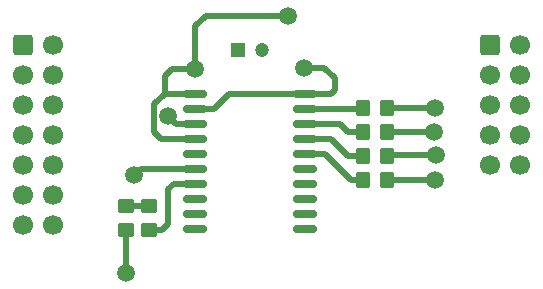
<source format=gbr>
G04 #@! TF.GenerationSoftware,KiCad,Pcbnew,6.0.6-2.fc36*
G04 #@! TF.CreationDate,2022-07-19T13:12:57+02:00*
G04 #@! TF.ProjectId,touch-testcontroller-testboard,746f7563-682d-4746-9573-74636f6e7472,rev?*
G04 #@! TF.SameCoordinates,Original*
G04 #@! TF.FileFunction,Copper,L1,Top*
G04 #@! TF.FilePolarity,Positive*
%FSLAX46Y46*%
G04 Gerber Fmt 4.6, Leading zero omitted, Abs format (unit mm)*
G04 Created by KiCad (PCBNEW 6.0.6-2.fc36) date 2022-07-19 13:12:57*
%MOMM*%
%LPD*%
G01*
G04 APERTURE LIST*
G04 Aperture macros list*
%AMRoundRect*
0 Rectangle with rounded corners*
0 $1 Rounding radius*
0 $2 $3 $4 $5 $6 $7 $8 $9 X,Y pos of 4 corners*
0 Add a 4 corners polygon primitive as box body*
4,1,4,$2,$3,$4,$5,$6,$7,$8,$9,$2,$3,0*
0 Add four circle primitives for the rounded corners*
1,1,$1+$1,$2,$3*
1,1,$1+$1,$4,$5*
1,1,$1+$1,$6,$7*
1,1,$1+$1,$8,$9*
0 Add four rect primitives between the rounded corners*
20,1,$1+$1,$2,$3,$4,$5,0*
20,1,$1+$1,$4,$5,$6,$7,0*
20,1,$1+$1,$6,$7,$8,$9,0*
20,1,$1+$1,$8,$9,$2,$3,0*%
G04 Aperture macros list end*
G04 #@! TA.AperFunction,SMDPad,CuDef*
%ADD10RoundRect,0.150000X0.875000X0.150000X-0.875000X0.150000X-0.875000X-0.150000X0.875000X-0.150000X0*%
G04 #@! TD*
G04 #@! TA.AperFunction,SMDPad,CuDef*
%ADD11RoundRect,0.250000X0.350000X0.450000X-0.350000X0.450000X-0.350000X-0.450000X0.350000X-0.450000X0*%
G04 #@! TD*
G04 #@! TA.AperFunction,SMDPad,CuDef*
%ADD12RoundRect,0.250000X-0.450000X0.350000X-0.450000X-0.350000X0.450000X-0.350000X0.450000X0.350000X0*%
G04 #@! TD*
G04 #@! TA.AperFunction,SMDPad,CuDef*
%ADD13RoundRect,0.250000X0.450000X-0.350000X0.450000X0.350000X-0.450000X0.350000X-0.450000X-0.350000X0*%
G04 #@! TD*
G04 #@! TA.AperFunction,ComponentPad*
%ADD14RoundRect,0.250000X-0.600000X-0.600000X0.600000X-0.600000X0.600000X0.600000X-0.600000X0.600000X0*%
G04 #@! TD*
G04 #@! TA.AperFunction,ComponentPad*
%ADD15C,1.700000*%
G04 #@! TD*
G04 #@! TA.AperFunction,ComponentPad*
%ADD16R,1.200000X1.200000*%
G04 #@! TD*
G04 #@! TA.AperFunction,ComponentPad*
%ADD17C,1.200000*%
G04 #@! TD*
G04 #@! TA.AperFunction,ViaPad*
%ADD18C,1.500000*%
G04 #@! TD*
G04 #@! TA.AperFunction,Conductor*
%ADD19C,0.500000*%
G04 #@! TD*
%ADD20C,0.350000*%
G04 APERTURE END LIST*
D10*
G04 #@! TO.P,U1,1,KEY8/GPO6*
G04 #@! TO.N,unconnected-(U1-Pad1)*
X84550000Y-79515000D03*
G04 #@! TO.P,U1,2,KEY7/GPO5*
G04 #@! TO.N,unconnected-(U1-Pad2)*
X84550000Y-78245000D03*
G04 #@! TO.P,U1,3,KEY6/GPO4*
G04 #@! TO.N,unconnected-(U1-Pad3)*
X84550000Y-76975000D03*
G04 #@! TO.P,U1,4,KEY5/GPO3*
G04 #@! TO.N,unconnected-(U1-Pad4)*
X84550000Y-75705000D03*
G04 #@! TO.P,U1,5,KEY4/GPO2*
G04 #@! TO.N,unconnected-(U1-Pad5)*
X84550000Y-74435000D03*
G04 #@! TO.P,U1,6,KEY3/GPO1*
G04 #@! TO.N,/TOUCH-KEY-4-BT*
X84550000Y-73165000D03*
G04 #@! TO.P,U1,7,KEY2/GPO0*
G04 #@! TO.N,/TOUCH-KEY2-ANALOG-INT*
X84550000Y-71895000D03*
G04 #@! TO.P,U1,8,KEY1*
G04 #@! TO.N,/TOUCH-KEY-1-ANALOG-EXT*
X84550000Y-70625000D03*
G04 #@! TO.P,U1,9,KEY0*
G04 #@! TO.N,/TOUCH-KEY-0-POWER*
X84550000Y-69355000D03*
G04 #@! TO.P,U1,10,VSS*
G04 #@! TO.N,GNDD*
X84550000Y-68085000D03*
G04 #@! TO.P,U1,11,VDD*
G04 #@! TO.N,+3V3*
X75250000Y-68085000D03*
G04 #@! TO.P,U1,12,MODE*
G04 #@! TO.N,GNDD*
X75250000Y-69355000D03*
G04 #@! TO.P,U1,13,SDA*
G04 #@! TO.N,SDA*
X75250000Y-70625000D03*
G04 #@! TO.P,U1,14,~{RESET}*
G04 #@! TO.N,+3V3*
X75250000Y-71895000D03*
G04 #@! TO.P,U1,15,N/C*
G04 #@! TO.N,unconnected-(U1-Pad15)*
X75250000Y-73165000D03*
G04 #@! TO.P,U1,16,SCL*
G04 #@! TO.N,SCL*
X75250000Y-74435000D03*
G04 #@! TO.P,U1,17,~{CHANGE}*
G04 #@! TO.N,~{TOUCH-INT}*
X75250000Y-75705000D03*
G04 #@! TO.P,U1,18,KEY11/GPO9*
G04 #@! TO.N,unconnected-(U1-Pad18)*
X75250000Y-76975000D03*
G04 #@! TO.P,U1,19,KEY10/GPO8*
G04 #@! TO.N,unconnected-(U1-Pad19)*
X75250000Y-78245000D03*
G04 #@! TO.P,U1,20,KEY9/GPO7*
G04 #@! TO.N,unconnected-(U1-Pad20)*
X75250000Y-79515000D03*
G04 #@! TD*
D11*
G04 #@! TO.P,R6,1*
G04 #@! TO.N,TOUCH-KEY-BT*
X91510000Y-75380000D03*
G04 #@! TO.P,R6,2*
G04 #@! TO.N,/TOUCH-KEY-4-BT*
X89510000Y-75380000D03*
G04 #@! TD*
G04 #@! TO.P,R5,1*
G04 #@! TO.N,TOUCH-KEY-ANALOG-INT*
X91510000Y-73350000D03*
G04 #@! TO.P,R5,2*
G04 #@! TO.N,/TOUCH-KEY2-ANALOG-INT*
X89510000Y-73350000D03*
G04 #@! TD*
G04 #@! TO.P,R4,2*
G04 #@! TO.N,/TOUCH-KEY-1-ANALOG-EXT*
X89500000Y-71350000D03*
G04 #@! TO.P,R4,1*
G04 #@! TO.N,TOUCH-KEY-ANALOG-EXT*
X91500000Y-71350000D03*
G04 #@! TD*
G04 #@! TO.P,R3,1*
G04 #@! TO.N,TOUCH-KEY-POWER*
X91500000Y-69350000D03*
G04 #@! TO.P,R3,2*
G04 #@! TO.N,/TOUCH-KEY-0-POWER*
X89500000Y-69350000D03*
G04 #@! TD*
D12*
G04 #@! TO.P,R2,1*
G04 #@! TO.N,/~{TOUCH-INT}-PULL-UP*
X71400000Y-77600000D03*
G04 #@! TO.P,R2,2*
G04 #@! TO.N,~{TOUCH-INT}*
X71400000Y-79600000D03*
G04 #@! TD*
D13*
G04 #@! TO.P,R1,1*
G04 #@! TO.N,+3V3*
X69450000Y-79600000D03*
G04 #@! TO.P,R1,2*
G04 #@! TO.N,/~{TOUCH-INT}-PULL-UP*
X69450000Y-77600000D03*
G04 #@! TD*
D14*
G04 #@! TO.P,J2,1,Pin_1*
G04 #@! TO.N,LED-BT*
X100247500Y-64000000D03*
D15*
G04 #@! TO.P,J2,2,Pin_2*
G04 #@! TO.N,TOUCH-KEY-POWER*
X102787500Y-64000000D03*
G04 #@! TO.P,J2,3,Pin_3*
G04 #@! TO.N,LED-ANALOG-EXT*
X100247500Y-66540000D03*
G04 #@! TO.P,J2,4,Pin_4*
G04 #@! TO.N,TOUCH-KEY-ANALOG-EXT*
X102787500Y-66540000D03*
G04 #@! TO.P,J2,5,Pin_5*
G04 #@! TO.N,LED-ANALOG-INT*
X100247500Y-69080000D03*
G04 #@! TO.P,J2,6,Pin_6*
G04 #@! TO.N,TOUCH-KEY-ANALOG-INT*
X102787500Y-69080000D03*
G04 #@! TO.P,J2,7,Pin_7*
G04 #@! TO.N,unconnected-(J2-Pad7)*
X100247500Y-71620000D03*
G04 #@! TO.P,J2,8,Pin_8*
G04 #@! TO.N,TOUCH-KEY-BT*
X102787500Y-71620000D03*
G04 #@! TO.P,J2,9,Pin_9*
G04 #@! TO.N,+3V3*
X100247500Y-74160000D03*
G04 #@! TO.P,J2,10,Pin_10*
G04 #@! TO.N,GNDD*
X102787500Y-74160000D03*
G04 #@! TD*
D14*
G04 #@! TO.P,J1,1,Pin_1*
G04 #@! TO.N,+5V*
X60700000Y-64000000D03*
D15*
G04 #@! TO.P,J1,2,Pin_2*
G04 #@! TO.N,GNDD*
X63240000Y-64000000D03*
G04 #@! TO.P,J1,3,Pin_3*
G04 #@! TO.N,unconnected-(J1-Pad3)*
X60700000Y-66540000D03*
G04 #@! TO.P,J1,4,Pin_4*
G04 #@! TO.N,unconnected-(J1-Pad4)*
X63240000Y-66540000D03*
G04 #@! TO.P,J1,5,Pin_5*
G04 #@! TO.N,unconnected-(J1-Pad5)*
X60700000Y-69080000D03*
G04 #@! TO.P,J1,6,Pin_6*
G04 #@! TO.N,unconnected-(J1-Pad6)*
X63240000Y-69080000D03*
G04 #@! TO.P,J1,7,Pin_7*
G04 #@! TO.N,unconnected-(J1-Pad7)*
X60700000Y-71620000D03*
G04 #@! TO.P,J1,8,Pin_8*
G04 #@! TO.N,unconnected-(J1-Pad8)*
X63240000Y-71620000D03*
G04 #@! TO.P,J1,9,Pin_9*
G04 #@! TO.N,unconnected-(J1-Pad9)*
X60700000Y-74160000D03*
G04 #@! TO.P,J1,10,Pin_10*
G04 #@! TO.N,SDA*
X63240000Y-74160000D03*
G04 #@! TO.P,J1,11,Pin_11*
G04 #@! TO.N,unconnected-(J1-Pad11)*
X60700000Y-76700000D03*
G04 #@! TO.P,J1,12,Pin_12*
G04 #@! TO.N,SCL*
X63240000Y-76700000D03*
G04 #@! TO.P,J1,13,Pin_13*
G04 #@! TO.N,+3V3*
X60700000Y-79240000D03*
G04 #@! TO.P,J1,14,Pin_14*
G04 #@! TO.N,GNDD*
X63240000Y-79240000D03*
G04 #@! TD*
D16*
G04 #@! TO.P,C1,1*
G04 #@! TO.N,+3V3*
X78927401Y-64400000D03*
D17*
G04 #@! TO.P,C1,2*
G04 #@! TO.N,GNDD*
X80927401Y-64400000D03*
G04 #@! TD*
D18*
G04 #@! TO.N,TOUCH-KEY-BT*
X95600000Y-75400000D03*
G04 #@! TO.N,TOUCH-KEY-ANALOG-INT*
X95700000Y-73300000D03*
G04 #@! TO.N,TOUCH-KEY-ANALOG-EXT*
X95500000Y-71300000D03*
G04 #@! TO.N,TOUCH-KEY-POWER*
X95600000Y-69300000D03*
G04 #@! TO.N,+3V3*
X83100000Y-61500000D03*
G04 #@! TO.N,SDA*
X72999500Y-70000000D03*
G04 #@! TO.N,SCL*
X70100000Y-75000000D03*
G04 #@! TO.N,+3V3*
X69400000Y-83300000D03*
G04 #@! TO.N,GNDD*
X84500000Y-65900000D03*
G04 #@! TO.N,+3V3*
X75300000Y-66000000D03*
G04 #@! TD*
D19*
G04 #@! TO.N,/TOUCH-KEY-4-BT*
X84550000Y-73165000D02*
X86265000Y-73165000D01*
X86265000Y-73165000D02*
X88480000Y-75380000D01*
X88480000Y-75380000D02*
X89510000Y-75380000D01*
G04 #@! TO.N,/TOUCH-KEY2-ANALOG-INT*
X84550000Y-71895000D02*
X86795000Y-71895000D01*
X86795000Y-71895000D02*
X88250000Y-73350000D01*
X88250000Y-73350000D02*
X89510000Y-73350000D01*
G04 #@! TO.N,/TOUCH-KEY-1-ANALOG-EXT*
X84550000Y-70625000D02*
X87525000Y-70625000D01*
X87525000Y-70625000D02*
X88250000Y-71350000D01*
X88250000Y-71350000D02*
X89500000Y-71350000D01*
G04 #@! TO.N,/TOUCH-KEY-0-POWER*
X84550000Y-69355000D02*
X89495000Y-69355000D01*
X89495000Y-69355000D02*
X89500000Y-69350000D01*
G04 #@! TO.N,TOUCH-KEY-BT*
X95600000Y-75400000D02*
X91530000Y-75400000D01*
X91530000Y-75400000D02*
X91510000Y-75380000D01*
G04 #@! TO.N,TOUCH-KEY-ANALOG-INT*
X95700000Y-73300000D02*
X91560000Y-73300000D01*
X91560000Y-73300000D02*
X91510000Y-73350000D01*
G04 #@! TO.N,TOUCH-KEY-ANALOG-EXT*
X91500000Y-71350000D02*
X95450000Y-71350000D01*
X95450000Y-71350000D02*
X95500000Y-71300000D01*
G04 #@! TO.N,TOUCH-KEY-POWER*
X91500000Y-69350000D02*
X95550000Y-69350000D01*
X95550000Y-69350000D02*
X95600000Y-69300000D01*
G04 #@! TO.N,+3V3*
X75300000Y-66000000D02*
X75300000Y-62400000D01*
X75300000Y-62400000D02*
X76200000Y-61500000D01*
X76200000Y-61500000D02*
X83100000Y-61500000D01*
G04 #@! TO.N,SDA*
X73624500Y-70625000D02*
X72999500Y-70000000D01*
X75250000Y-70625000D02*
X73624500Y-70625000D01*
G04 #@! TO.N,+3V3*
X72700000Y-68100000D02*
X71800000Y-69000000D01*
X71800000Y-69000000D02*
X71800000Y-71300000D01*
X71800000Y-71300000D02*
X72395000Y-71895000D01*
X72395000Y-71895000D02*
X75250000Y-71895000D01*
G04 #@! TO.N,SCL*
X70665000Y-74435000D02*
X70100000Y-75000000D01*
X75250000Y-74435000D02*
X70665000Y-74435000D01*
G04 #@! TO.N,~{TOUCH-INT}*
X75250000Y-75705000D02*
X73495000Y-75705000D01*
X73495000Y-75705000D02*
X73000000Y-76200000D01*
X73000000Y-76200000D02*
X73000000Y-79100000D01*
X72500000Y-79600000D02*
X73000000Y-79100000D01*
X71400000Y-79600000D02*
X72500000Y-79600000D01*
G04 #@! TO.N,/~{TOUCH-INT}-PULL-UP*
X69450000Y-77600000D02*
X71400000Y-77600000D01*
G04 #@! TO.N,+3V3*
X69450000Y-79600000D02*
X69450000Y-83250000D01*
X69450000Y-83250000D02*
X69400000Y-83300000D01*
G04 #@! TO.N,GNDD*
X75250000Y-69355000D02*
X76845000Y-69355000D01*
X76845000Y-69355000D02*
X78115000Y-68085000D01*
X78115000Y-68085000D02*
X84550000Y-68085000D01*
X87100000Y-66800000D02*
X87100000Y-67800000D01*
X87100000Y-67800000D02*
X86815000Y-68085000D01*
X84500000Y-65900000D02*
X86200000Y-65900000D01*
X86200000Y-65900000D02*
X87100000Y-66800000D01*
X86815000Y-68085000D02*
X84550000Y-68085000D01*
G04 #@! TO.N,+3V3*
X72700000Y-66600000D02*
X72700000Y-68100000D01*
X75250000Y-68085000D02*
X72715000Y-68085000D01*
X72715000Y-68085000D02*
X72700000Y-68100000D01*
X75300000Y-66000000D02*
X73300000Y-66000000D01*
X73300000Y-66000000D02*
X72700000Y-66600000D01*
G04 #@! TD*
D20*
X95600000Y-75400000D03*
X95700000Y-73300000D03*
X95500000Y-71300000D03*
X95600000Y-69300000D03*
X83100000Y-61500000D03*
X72999500Y-70000000D03*
X70100000Y-75000000D03*
X69400000Y-83300000D03*
X84500000Y-65900000D03*
X75300000Y-66000000D03*
X100247500Y-64000000D03*
X102787500Y-64000000D03*
X100247500Y-66540000D03*
X102787500Y-66540000D03*
X100247500Y-69080000D03*
X102787500Y-69080000D03*
X100247500Y-71620000D03*
X102787500Y-71620000D03*
X100247500Y-74160000D03*
X102787500Y-74160000D03*
X60700000Y-64000000D03*
X63240000Y-64000000D03*
X60700000Y-66540000D03*
X63240000Y-66540000D03*
X60700000Y-69080000D03*
X63240000Y-69080000D03*
X60700000Y-71620000D03*
X63240000Y-71620000D03*
X60700000Y-74160000D03*
X63240000Y-74160000D03*
X60700000Y-76700000D03*
X63240000Y-76700000D03*
X60700000Y-79240000D03*
X63240000Y-79240000D03*
X78927401Y-64400000D03*
X80927401Y-64400000D03*
M02*

</source>
